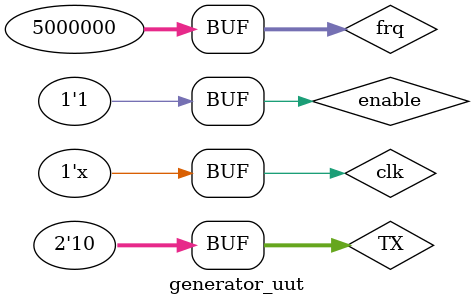
<source format=v>
`timescale 1ns / 1ps


module generator_uut;

	// Inputs
	reg clk;
   reg enable;
	wire clk_8x;
	reg [31:0] frq;
	reg [1:0] TX;

	// Outputs
	wire signed [13:0] signal_out;
	wire [15:0] dds_i;
	wire [15:0] dds_q;
	wire signal_val;

	// Instantiate the Unit Under Test (UUT)
	Signal_Generator uut (
      .enable(enable),
		.clk(clk), 
		.clk_8x(clk_8x), 
		.frq(frq), 
		.TX(TX), 
		.signal_out(signal_out), 
		.dds_i(dds_i), 
		.dds_q(dds_q), 
		.signal_val(signal_val)
	);

   clk_x8 clk_x8 (
      .clk(clk),
      .clk_8x(clk_8x)
      );
   
   always #2.5 clk = ~clk;
      
	initial begin
		// Initialize Inputs
      enable = 1;
		clk = 0;
		frq = 32'd5000000;
		TX = 2'b10;

		// Wait 100 ns for global reset to finish
		#100;
        
		// Add stimulus here

	end
      
endmodule


</source>
